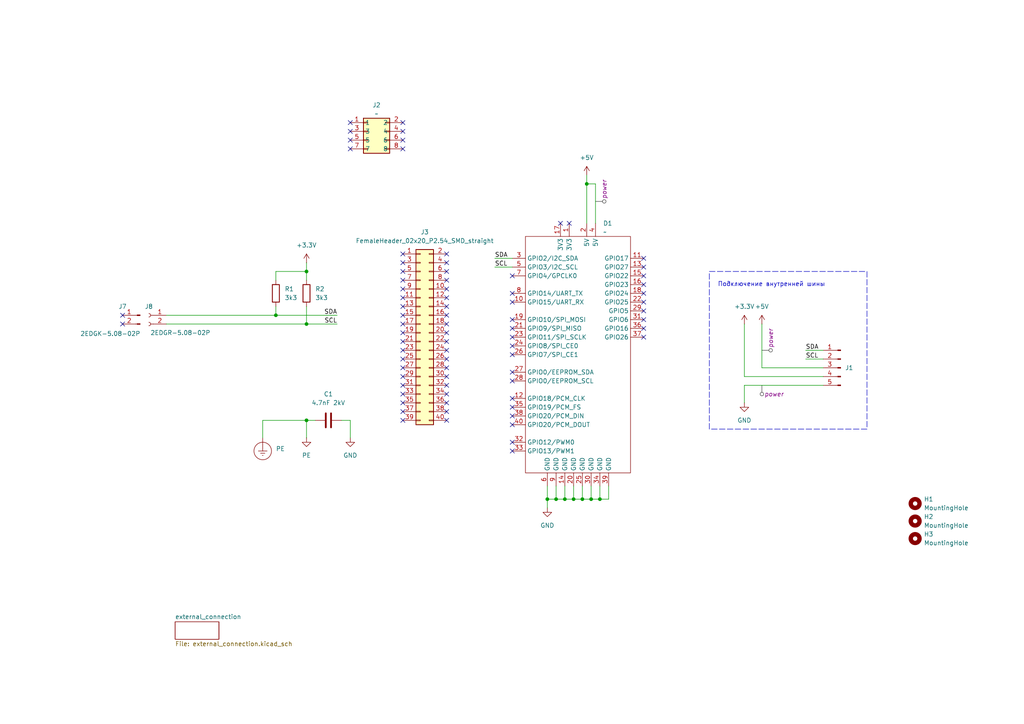
<source format=kicad_sch>
(kicad_sch (version 20231120) (generator "eeschema") (generator_version "8.0")
  (paper "A4")
  (lib_symbols
    (symbol "Mechanical:MountingHole" (pin_names (offset 1.016)) (exclude_from_sim yes) (in_bom no)
      (property "Reference" "H" (at 0 5.08 0))
      (property "Value" "MountingHole" (at 0 3.175 0))
      (symbol "MountingHole_0_1"
        (circle (center 0 0) (radius 1.27) (stroke (width 1.27)))
      )
    )
    (symbol "kicad_inventree_lib:C_4.7nF_2kV_1812" (pin_numbers hide) (pin_names (offset 0.254))
      (property "Reference" "C" (at 0.635 2.54 0))
      (property "Value" "4.7nF 2kV" (at 0.635 -2.54 0))
      (symbol "C_4.7nF_2kV_1812_0_1"
        (polyline (pts (xy -2.032 -0.762) (xy 2.032 -0.762)) (stroke (width 0.508)))
        (polyline (pts (xy -2.032 0.762) (xy 2.032 0.762)) (stroke (width 0.508)))
      )
      (symbol "C_4.7nF_2kV_1812_1_1"
        (pin passive line (at 0 3.81 270) (length 2.794) (name "~") (number "1"))
        (pin passive line (at 0 -3.81 90) (length 2.794) (name "~") (number "2"))
      )
    )
    (symbol "kicad_inventree_lib:Degson_2EDGK-5.08-02P" (pin_names (offset 1.016) hide) (on_board no)
      (property "Reference" "J" (at 0 2.54 0))
      (property "Value" "2EDGK-5.08-02P" (at 0 -5.08 0))
      (symbol "Degson_2EDGK-5.08-02P_1_1"
        (rectangle (start -4.2164 -2.413) (end -5.08 -2.667) (stroke (width 0.1524)) (fill (type outline)))
        (rectangle (start -4.2164 0.127) (end -5.08 -0.127) (stroke (width 0.1524)) (fill (type outline)))
        (polyline (pts (xy -3.81 -2.54) (xy -4.2164 -2.54)) (stroke (width 0.1524)))
        (polyline (pts (xy -3.81 0) (xy -4.2164 0)) (stroke (width 0.1524)))
        (pin passive line (at 0 0 180) (length 3.81) (name "Pin_1") (number "1"))
        (pin passive line (at 0 -2.54 180) (length 3.81) (name "Pin_2") (number "2"))
      )
    )
    (symbol "kicad_inventree_lib:Degson_2EDGR-5.08-02P" (pin_names (offset 1.016) hide)
      (property "Reference" "J" (at 0 2.54 0))
      (property "Value" "2EDGR-5.08-02P" (at 0 -5.08 0))
      (symbol "Degson_2EDGR-5.08-02P_1_1"
        (arc (start 0 -2.032) (mid -0.5058 -2.54) (end 0 -3.048) (stroke (width 0.1524)))
        (polyline (pts (xy -1.27 -2.54) (xy -0.508 -2.54)) (stroke (width 0.1524)))
        (polyline (pts (xy -1.27 0) (xy -0.508 0)) (stroke (width 0.1524)))
        (arc (start 0 0.508) (mid -0.5058 0) (end 0 -0.508) (stroke (width 0.1524)))
        (pin passive line (at -5.08 0 0) (length 3.81) (name "Pin_1") (number "1"))
        (pin passive line (at -5.08 -2.54 0) (length 3.81) (name "Pin_2") (number "2"))
      )
    )
    (symbol "kicad_inventree_lib:FemaleHeader_02x20_P2.54_SMD_straight" (pin_names (offset 1.016) hide) (on_board no)
      (property "Reference" "J" (at 1.27 25.4 0))
      (property "Value" "FemaleHeader_02x20_P2.54_SMD_straight" (at 1.27 -27.94 0))
      (symbol "FemaleHeader_02x20_P2.54_SMD_straight_1_1"
        (rectangle (start -1.27 -25.273) (end 0 -25.527) (stroke (width 0.1524)))
        (rectangle (start -1.27 -22.733) (end 0 -22.987) (stroke (width 0.1524)))
        (rectangle (start -1.27 -20.193) (end 0 -20.447) (stroke (width 0.1524)))
        (rectangle (start -1.27 -17.653) (end 0 -17.907) (stroke (width 0.1524)))
        (rectangle (start -1.27 -15.113) (end 0 -15.367) (stroke (width 0.1524)))
        (rectangle (start -1.27 -12.573) (end 0 -12.827) (stroke (width 0.1524)))
        (rectangle (start -1.27 -10.033) (end 0 -10.287) (stroke (width 0.1524)))
        (rectangle (start -1.27 -7.493) (end 0 -7.747) (stroke (width 0.1524)))
        (rectangle (start -1.27 -4.953) (end 0 -5.207) (stroke (width 0.1524)))
        (rectangle (start -1.27 -2.413) (end 0 -2.667) (stroke (width 0.1524)))
        (rectangle (start -1.27 0.127) (end 0 -0.127) (stroke (width 0.1524)))
        (rectangle (start -1.27 2.667) (end 0 2.413) (stroke (width 0.1524)))
        (rectangle (start -1.27 5.207) (end 0 4.953) (stroke (width 0.1524)))
        (rectangle (start -1.27 7.747) (end 0 7.493) (stroke (width 0.1524)))
        (rectangle (start -1.27 10.287) (end 0 10.033) (stroke (width 0.1524)))
        (rectangle (start -1.27 12.827) (end 0 12.573) (stroke (width 0.1524)))
        (rectangle (start -1.27 15.367) (end 0 15.113) (stroke (width 0.1524)))
        (rectangle (start -1.27 17.907) (end 0 17.653) (stroke (width 0.1524)))
        (rectangle (start -1.27 20.447) (end 0 20.193) (stroke (width 0.1524)))
        (rectangle (start -1.27 22.987) (end 0 22.733) (stroke (width 0.1524)))
        (rectangle (start -1.27 24.13) (end 3.81 -26.67) (stroke (width 0.254)) (fill (type background)))
        (rectangle (start 3.81 -25.273) (end 2.54 -25.527) (stroke (width 0.1524)))
        (rectangle (start 3.81 -22.733) (end 2.54 -22.987) (stroke (width 0.1524)))
        (rectangle (start 3.81 -20.193) (end 2.54 -20.447) (stroke (width 0.1524)))
        (rectangle (start 3.81 -17.653) (end 2.54 -17.907) (stroke (width 0.1524)))
        (rectangle (start 3.81 -15.113) (end 2.54 -15.367) (stroke (width 0.1524)))
        (rectangle (start 3.81 -12.573) (end 2.54 -12.827) (stroke (width 0.1524)))
        (rectangle (start 3.81 -10.033) (end 2.54 -10.287) (stroke (width 0.1524)))
        (rectangle (start 3.81 -7.493) (end 2.54 -7.747) (stroke (width 0.1524)))
        (rectangle (start 3.81 -4.953) (end 2.54 -5.207) (stroke (width 0.1524)))
        (rectangle (start 3.81 -2.413) (end 2.54 -2.667) (stroke (width 0.1524)))
        (rectangle (start 3.81 0.127) (end 2.54 -0.127) (stroke (width 0.1524)))
        (rectangle (start 3.81 2.667) (end 2.54 2.413) (stroke (width 0.1524)))
        (rectangle (start 3.81 5.207) (end 2.54 4.953) (stroke (width 0.1524)))
        (rectangle (start 3.81 7.747) (end 2.54 7.493) (stroke (width 0.1524)))
        (rectangle (start 3.81 10.287) (end 2.54 10.033) (stroke (width 0.1524)))
        (rectangle (start 3.81 12.827) (end 2.54 12.573) (stroke (width 0.1524)))
        (rectangle (start 3.81 15.367) (end 2.54 15.113) (stroke (width 0.1524)))
        (rectangle (start 3.81 17.907) (end 2.54 17.653) (stroke (width 0.1524)))
        (rectangle (start 3.81 20.447) (end 2.54 20.193) (stroke (width 0.1524)))
        (rectangle (start 3.81 22.987) (end 2.54 22.733) (stroke (width 0.1524)))
        (pin passive line (at -5.08 22.86 0) (length 3.81) (name "Pin_1") (number "1"))
        (pin passive line (at 7.62 12.7 180) (length 3.81) (name "Pin_10") (number "10"))
        (pin passive line (at -5.08 10.16 0) (length 3.81) (name "Pin_11") (number "11"))
        (pin passive line (at 7.62 10.16 180) (length 3.81) (name "Pin_12") (number "12"))
        (pin passive line (at -5.08 7.62 0) (length 3.81) (name "Pin_13") (number "13"))
        (pin passive line (at 7.62 7.62 180) (length 3.81) (name "Pin_14") (number "14"))
        (pin passive line (at -5.08 5.08 0) (length 3.81) (name "Pin_15") (number "15"))
        (pin passive line (at 7.62 5.08 180) (length 3.81) (name "Pin_16") (number "16"))
        (pin passive line (at -5.08 2.54 0) (length 3.81) (name "Pin_17") (number "17"))
        (pin passive line (at 7.62 2.54 180) (length 3.81) (name "Pin_18") (number "18"))
        (pin passive line (at -5.08 0 0) (length 3.81) (name "Pin_19") (number "19"))
        (pin passive line (at 7.62 22.86 180) (length 3.81) (name "Pin_2") (number "2"))
        (pin passive line (at 7.62 0 180) (length 3.81) (name "Pin_20") (number "20"))
        (pin passive line (at -5.08 -2.54 0) (length 3.81) (name "Pin_21") (number "21"))
        (pin passive line (at 7.62 -2.54 180) (length 3.81) (name "Pin_22") (number "22"))
        (pin passive line (at -5.08 -5.08 0) (length 3.81) (name "Pin_23") (number "23"))
        (pin passive line (at 7.62 -5.08 180) (length 3.81) (name "Pin_24") (number "24"))
        (pin passive line (at -5.08 -7.62 0) (length 3.81) (name "Pin_25") (number "25"))
        (pin passive line (at 7.62 -7.62 180) (length 3.81) (name "Pin_26") (number "26"))
        (pin passive line (at -5.08 -10.16 0) (length 3.81) (name "Pin_27") (number "27"))
        (pin passive line (at 7.62 -10.16 180) (length 3.81) (name "Pin_28") (number "28"))
        (pin passive line (at -5.08 -12.7 0) (length 3.81) (name "Pin_29") (number "29"))
        (pin passive line (at -5.08 20.32 0) (length 3.81) (name "Pin_3") (number "3"))
        (pin passive line (at 7.62 -12.7 180) (length 3.81) (name "Pin_30") (number "30"))
        (pin passive line (at -5.08 -15.24 0) (length 3.81) (name "Pin_31") (number "31"))
        (pin passive line (at 7.62 -15.24 180) (length 3.81) (name "Pin_32") (number "32"))
        (pin passive line (at -5.08 -17.78 0) (length 3.81) (name "Pin_33") (number "33"))
        (pin passive line (at 7.62 -17.78 180) (length 3.81) (name "Pin_34") (number "34"))
        (pin passive line (at -5.08 -20.32 0) (length 3.81) (name "Pin_35") (number "35"))
        (pin passive line (at 7.62 -20.32 180) (length 3.81) (name "Pin_36") (number "36"))
        (pin passive line (at -5.08 -22.86 0) (length 3.81) (name "Pin_37") (number "37"))
        (pin passive line (at 7.62 -22.86 180) (length 3.81) (name "Pin_38") (number "38"))
        (pin passive line (at -5.08 -25.4 0) (length 3.81) (name "Pin_39") (number "39"))
        (pin passive line (at 7.62 20.32 180) (length 3.81) (name "Pin_4") (number "4"))
        (pin passive line (at 7.62 -25.4 180) (length 3.81) (name "Pin_40") (number "40"))
        (pin passive line (at -5.08 17.78 0) (length 3.81) (name "Pin_5") (number "5"))
        (pin passive line (at 7.62 17.78 180) (length 3.81) (name "Pin_6") (number "6"))
        (pin passive line (at -5.08 15.24 0) (length 3.81) (name "Pin_7") (number "7"))
        (pin passive line (at 7.62 15.24 180) (length 3.81) (name "Pin_8") (number "8"))
        (pin passive line (at -5.08 12.7 0) (length 3.81) (name "Pin_9") (number "9"))
      )
    )
    (symbol "kicad_inventree_lib:PE" (pin_numbers hide) (pin_names (offset 0) hide) (in_bom no)
      (property "Value" "PE" (at 0 -7.62 0))
      (symbol "PE_0_1"
        (circle (center 0 -3.81) (radius 2.54))
        (polyline (pts (xy -0.635 -4.445) (xy 0.635 -4.445)))
        (polyline (pts (xy -0.127 -5.08) (xy 0.127 -5.08)))
        (polyline (pts (xy 0 -3.81) (xy 0 0)))
        (polyline (pts (xy 1.27 -3.81) (xy -1.27 -3.81)))
      )
      (symbol "PE_1_1"
        (pin power_in line (at 0 0 270) (length 0) (name "~") (number "1"))
      )
    )
    (symbol "kicad_inventree_lib:PM-front-02x04" (in_bom no)
      (property "Reference" "J" (at 0 3.81 0))
      (symbol "PM-front-02x04_1_1"
        (rectangle (start -3.81 -8.763) (end -2.54 -9.017) (stroke (width 0.1524)))
        (rectangle (start -3.81 -6.223) (end -2.54 -6.477) (stroke (width 0.1524)))
        (rectangle (start -3.81 -3.683) (end -2.54 -3.937) (stroke (width 0.1524)))
        (rectangle (start -3.81 -1.143) (end -2.54 -1.397) (stroke (width 0.1524)))
        (rectangle (start -3.81 0) (end 3.81 -10.16) (stroke (width 0.254)) (fill (type background)))
        (rectangle (start 3.81 -8.763) (end 2.54 -9.017) (stroke (width 0.1524)))
        (rectangle (start 3.81 -6.223) (end 2.54 -6.477) (stroke (width 0.1524)))
        (rectangle (start 3.81 -3.683) (end 2.54 -3.937) (stroke (width 0.1524)))
        (rectangle (start 3.81 -1.143) (end 2.54 -1.397) (stroke (width 0.1524)))
        (pin passive line (at -7.62 -1.27 0) (length 3.81) (name "1") (number "1"))
        (pin passive line (at 7.62 -1.27 180) (length 3.81) (name "2") (number "2"))
        (pin passive line (at -7.62 -3.81 0) (length 3.81) (name "3") (number "3"))
        (pin passive line (at 7.62 -3.81 180) (length 3.81) (name "4") (number "4"))
        (pin passive line (at -7.62 -6.35 0) (length 3.81) (name "5") (number "5"))
        (pin passive line (at 7.62 -6.35 180) (length 3.81) (name "6") (number "6"))
        (pin passive line (at -7.62 -8.89 0) (length 3.81) (name "7") (number "7"))
        (pin passive line (at 7.62 -8.89 180) (length 3.81) (name "8") (number "8"))
      )
    )
    (symbol "kicad_inventree_lib:PinHeader_01x05_P2.54_THT_angle" (pin_names (offset 1.016) hide)
      (property "Reference" "J" (at 0 7.62 0))
      (property "Value" "PinHeader_01x05_P2.54_THT_angle" (at 0 -7.62 0))
      (symbol "PinHeader_01x05_P2.54_THT_angle_1_1"
        (polyline (pts (xy 1.27 -5.08) (xy 0.8636 -5.08)) (stroke (width 0.1524)))
        (polyline (pts (xy 1.27 -2.54) (xy 0.8636 -2.54)) (stroke (width 0.1524)))
        (polyline (pts (xy 1.27 0) (xy 0.8636 0)) (stroke (width 0.1524)))
        (polyline (pts (xy 1.27 2.54) (xy 0.8636 2.54)) (stroke (width 0.1524)))
        (polyline (pts (xy 1.27 5.08) (xy 0.8636 5.08)) (stroke (width 0.1524)))
        (rectangle (start 0.8636 -4.953) (end 0 -5.207) (stroke (width 0.1524)) (fill (type outline)))
        (rectangle (start 0.8636 -2.413) (end 0 -2.667) (stroke (width 0.1524)) (fill (type outline)))
        (rectangle (start 0.8636 0.127) (end 0 -0.127) (stroke (width 0.1524)) (fill (type outline)))
        (rectangle (start 0.8636 2.667) (end 0 2.413) (stroke (width 0.1524)) (fill (type outline)))
        (rectangle (start 0.8636 5.207) (end 0 4.953) (stroke (width 0.1524)) (fill (type outline)))
        (pin passive line (at 5.08 5.08 180) (length 3.81) (name "Pin_1") (number "1"))
        (pin passive line (at 5.08 2.54 180) (length 3.81) (name "Pin_2") (number "2"))
        (pin passive line (at 5.08 0 180) (length 3.81) (name "Pin_3") (number "3"))
        (pin passive line (at 5.08 -2.54 180) (length 3.81) (name "Pin_4") (number "4"))
        (pin passive line (at 5.08 -5.08 180) (length 3.81) (name "Pin_5") (number "5"))
      )
    )
    (symbol "kicad_inventree_lib:R_3k3_1206_1%" (pin_numbers hide) (pin_names (offset 0))
      (property "Reference" "R" (at 2.032 0 90))
      (property "Value" "3k3" (at 0 0 90))
      (symbol "R_3k3_1206_1%_0_1"
        (rectangle (start -1.016 -2.54) (end 1.016 2.54) (stroke (width 0.254)))
      )
      (symbol "R_3k3_1206_1%_1_1"
        (pin passive line (at 0 3.81 270) (length 1.27) (name "~") (number "1"))
        (pin passive line (at 0 -3.81 90) (length 1.27) (name "~") (number "2"))
      )
    )
    (symbol "kicad_inventree_lib:RaspberryPi"
      (property "Reference" "D" (at -14.732 2.54 0))
      (symbol "RaspberryPi_0_1"
        (rectangle (start -15.24 0) (end 15.24 -68.58))
      )
      (symbol "RaspberryPi_1_1"
        (pin passive line (at -2.54 3.81 270) (length 3.81) (name "3V3") (number "1"))
        (pin passive line (at -19.05 -19.05 0) (length 3.81) (name "GPIO15/UART_RX") (number "10"))
        (pin passive line (at 19.05 -6.35 180) (length 3.81) (name "GPIO17") (number "11"))
        (pin passive line (at -19.05 -46.99 0) (length 3.81) (name "GPIO18/PCM_CLK") (number "12"))
        (pin passive line (at 19.05 -8.89 180) (length 3.81) (name "GPIO27") (number "13"))
        (pin passive line (at -3.81 -72.39 90) (length 3.81) (name "GND") (number "14"))
        (pin passive line (at 19.05 -11.43 180) (length 3.81) (name "GPIO22") (number "15"))
        (pin passive line (at 19.05 -13.97 180) (length 3.81) (name "GPIO23") (number "16"))
        (pin passive line (at -5.08 3.81 270) (length 3.81) (name "3V3") (number "17"))
        (pin passive line (at 19.05 -16.51 180) (length 3.81) (name "GPIO24") (number "18"))
        (pin passive line (at -19.05 -24.13 0) (length 3.81) (name "GPIO10/SPI_MOSI") (number "19"))
        (pin passive line (at 2.54 3.81 270) (length 3.81) (name "5V") (number "2"))
        (pin passive line (at -1.27 -72.39 90) (length 3.81) (name "GND") (number "20"))
        (pin passive line (at -19.05 -26.67 0) (length 3.81) (name "GPIO9/SPI_MISO") (number "21"))
        (pin passive line (at 19.05 -19.05 180) (length 3.81) (name "GPIO25") (number "22"))
        (pin passive line (at -19.05 -29.21 0) (length 3.81) (name "GPIO11/SPI_SCLK") (number "23"))
        (pin passive line (at -19.05 -31.75 0) (length 3.81) (name "GPIO8/SPI_CE0") (number "24"))
        (pin passive line (at 1.27 -72.39 90) (length 3.81) (name "GND") (number "25"))
        (pin passive line (at -19.05 -34.29 0) (length 3.81) (name "GPIO7/SPI_CE1") (number "26"))
        (pin passive line (at -19.05 -39.37 0) (length 3.81) (name "GPIO0/EEPROM_SDA") (number "27"))
        (pin passive line (at -19.05 -41.91 0) (length 3.81) (name "GPIO0/EEPROM_SCL") (number "28"))
        (pin passive line (at 19.05 -21.59 180) (length 3.81) (name "GPIO5") (number "29"))
        (pin passive line (at -19.05 -6.35 0) (length 3.81) (name "GPIO2/I2C_SDA") (number "3"))
        (pin passive line (at 3.81 -72.39 90) (length 3.81) (name "GND") (number "30"))
        (pin passive line (at 19.05 -24.13 180) (length 3.81) (name "GPIO6") (number "31"))
        (pin passive line (at -19.05 -59.69 0) (length 3.81) (name "GPIO12/PWM0") (number "32"))
        (pin passive line (at -19.05 -62.23 0) (length 3.81) (name "GPIO13/PWM1") (number "33"))
        (pin passive line (at 6.35 -72.39 90) (length 3.81) (name "GND") (number "34"))
        (pin passive line (at -19.05 -49.53 0) (length 3.81) (name "GPIO19/PCM_FS") (number "35"))
        (pin passive line (at 19.05 -26.67 180) (length 3.81) (name "GPIO16") (number "36"))
        (pin passive line (at 19.05 -29.21 180) (length 3.81) (name "GPIO26") (number "37"))
        (pin passive line (at -19.05 -52.07 0) (length 3.81) (name "GPIO20/PCM_DIN") (number "38"))
        (pin passive line (at 8.89 -72.39 90) (length 3.81) (name "GND") (number "39"))
        (pin passive line (at 5.08 3.81 270) (length 3.81) (name "5V") (number "4"))
        (pin passive line (at -19.05 -54.61 0) (length 3.81) (name "GPIO20/PCM_DOUT") (number "40"))
        (pin passive line (at -19.05 -8.89 0) (length 3.81) (name "GPIO3/I2C_SCL") (number "5"))
        (pin passive line (at -8.89 -72.39 90) (length 3.81) (name "GND") (number "6"))
        (pin passive line (at -19.05 -11.43 0) (length 3.81) (name "GPIO4/GPCLK0") (number "7"))
        (pin passive line (at -19.05 -16.51 0) (length 3.81) (name "GPIO14/UART_TX") (number "8"))
        (pin passive line (at -6.35 -72.39 90) (length 3.81) (name "GND") (number "9"))
      )
    )
    (symbol "power:+5V" (power) (pin_numbers hide) (pin_names (offset 0) hide)
      (property "Value" "+5V" (at 0 3.556 0))
      (symbol "+5V_0_1"
        (polyline (pts (xy -0.762 1.27) (xy 0 2.54)))
        (polyline (pts (xy 0 0) (xy 0 2.54)))
        (polyline (pts (xy 0 2.54) (xy 0.762 1.27)))
      )
      (symbol "+5V_1_1"
        (pin power_in line (at 0 0 90) (length 0) (name "~") (number "1"))
      )
    )
    (symbol "power:GND" (power) (pin_numbers hide) (pin_names (offset 0) hide)
      (property "Value" "GND" (at 0 -3.81 0))
      (symbol "GND_0_1"
        (polyline (pts (xy 0 0) (xy 0 -1.27) (xy 1.27 -1.27) (xy 0 -2.54) (xy -1.27 -1.27) (xy 0 -1.27)))
      )
      (symbol "GND_1_1"
        (pin power_in line (at 0 0 270) (length 0) (name "~") (number "1"))
      )
    )
  )
  (junction (at 170.18 53.34))
  (junction (at 88.9 121.92))
  (junction (at 161.29 144.78))
  (junction (at 163.83 144.78))
  (junction (at 158.75 144.78))
  (junction (at 80.01 91.44))
  (junction (at 168.91 144.78))
  (junction (at 171.45 144.78))
  (junction (at 88.9 93.98))
  (junction (at 173.99 144.78))
  (junction (at 166.37 144.78))
  (junction (at 88.9 78.74))
  (no_connect (at 116.84 119.38))
  (no_connect (at 116.84 38.1))
  (no_connect (at 116.84 111.76))
  (no_connect (at 186.69 92.71))
  (no_connect (at 186.69 82.55))
  (no_connect (at 129.54 101.6))
  (no_connect (at 101.6 40.64))
  (no_connect (at 101.6 35.56))
  (no_connect (at 116.84 101.6))
  (no_connect (at 116.84 40.64))
  (no_connect (at 129.54 111.76))
  (no_connect (at 129.54 86.36))
  (no_connect (at 129.54 116.84))
  (no_connect (at 116.84 78.74))
  (no_connect (at 129.54 76.2))
  (no_connect (at 148.59 130.81))
  (no_connect (at 116.84 114.3))
  (no_connect (at 116.84 88.9))
  (no_connect (at 148.59 102.87))
  (no_connect (at 148.59 87.63))
  (no_connect (at 148.59 120.65))
  (no_connect (at 101.6 38.1))
  (no_connect (at 129.54 81.28))
  (no_connect (at 186.69 85.09))
  (no_connect (at 116.84 106.68))
  (no_connect (at 148.59 95.25))
  (no_connect (at 148.59 80.01))
  (no_connect (at 129.54 73.66))
  (no_connect (at 116.84 43.18))
  (no_connect (at 186.69 74.93))
  (no_connect (at 129.54 96.52))
  (no_connect (at 129.54 121.92))
  (no_connect (at 186.69 90.17))
  (no_connect (at 186.69 95.25))
  (no_connect (at 116.84 91.44))
  (no_connect (at 186.69 97.79))
  (no_connect (at 129.54 104.14))
  (no_connect (at 148.59 110.49))
  (no_connect (at 35.56 91.44))
  (no_connect (at 148.59 97.79))
  (no_connect (at 148.59 115.57))
  (no_connect (at 129.54 91.44))
  (no_connect (at 148.59 85.09))
  (no_connect (at 129.54 99.06))
  (no_connect (at 148.59 128.27))
  (no_connect (at 116.84 86.36))
  (no_connect (at 186.69 77.47))
  (no_connect (at 116.84 93.98))
  (no_connect (at 129.54 78.74))
  (no_connect (at 116.84 116.84))
  (no_connect (at 116.84 73.66))
  (no_connect (at 148.59 92.71))
  (no_connect (at 129.54 109.22))
  (no_connect (at 162.56 64.77))
  (no_connect (at 148.59 107.95))
  (no_connect (at 148.59 118.11))
  (no_connect (at 129.54 114.3))
  (no_connect (at 116.84 99.06))
  (no_connect (at 165.1 64.77))
  (no_connect (at 186.69 80.01))
  (no_connect (at 35.56 93.98))
  (no_connect (at 116.84 109.22))
  (no_connect (at 129.54 88.9))
  (no_connect (at 116.84 81.28))
  (no_connect (at 129.54 93.98))
  (no_connect (at 116.84 83.82))
  (no_connect (at 129.54 119.38))
  (no_connect (at 129.54 106.68))
  (no_connect (at 186.69 87.63))
  (no_connect (at 116.84 96.52))
  (no_connect (at 148.59 123.19))
  (no_connect (at 116.84 121.92))
  (no_connect (at 129.54 83.82))
  (no_connect (at 116.84 104.14))
  (no_connect (at 116.84 76.2))
  (no_connect (at 148.59 100.33))
  (no_connect (at 116.84 35.56))
  (no_connect (at 101.6 43.18))
  (wire (pts (xy 101.6 127) (xy 101.6 121.92)))
  (wire (pts (xy 88.9 121.92) (xy 91.44 121.92)))
  (wire (pts (xy 80.01 88.9) (xy 80.01 91.44)))
  (wire (pts (xy 143.51 74.93) (xy 148.59 74.93)))
  (wire (pts (xy 170.18 50.8) (xy 170.18 53.34)))
  (wire (pts (xy 88.9 76.2) (xy 88.9 78.74)))
  (wire (pts (xy 80.01 78.74) (xy 80.01 81.28)))
  (wire (pts (xy 171.45 144.78) (xy 173.99 144.78)))
  (wire (pts (xy 166.37 144.78) (xy 168.91 144.78)))
  (wire (pts (xy 215.9 111.76) (xy 215.9 116.84)))
  (wire (pts (xy 168.91 144.78) (xy 171.45 144.78)))
  (wire (pts (xy 172.72 53.34) (xy 170.18 53.34)))
  (wire (pts (xy 143.51 77.47) (xy 148.59 77.47)))
  (wire (pts (xy 163.83 140.97) (xy 163.83 144.78)))
  (wire (pts (xy 88.9 78.74) (xy 88.9 81.28)))
  (wire (pts (xy 88.9 93.98) (xy 97.79 93.98)))
  (wire (pts (xy 48.26 91.44) (xy 80.01 91.44)))
  (wire (pts (xy 76.2 121.92) (xy 88.9 121.92)))
  (wire (pts (xy 215.9 93.98) (xy 215.9 109.22)))
  (wire (pts (xy 161.29 140.97) (xy 161.29 144.78)))
  (wire (pts (xy 220.98 93.98) (xy 220.98 106.68)))
  (wire (pts (xy 48.26 93.98) (xy 88.9 93.98)))
  (wire (pts (xy 173.99 140.97) (xy 173.99 144.78)))
  (wire (pts (xy 173.99 144.78) (xy 176.53 144.78)))
  (wire (pts (xy 88.9 88.9) (xy 88.9 93.98)))
  (wire (pts (xy 163.83 144.78) (xy 166.37 144.78)))
  (wire (pts (xy 168.91 140.97) (xy 168.91 144.78)))
  (wire (pts (xy 170.18 53.34) (xy 170.18 64.77)))
  (wire (pts (xy 101.6 121.92) (xy 99.06 121.92)))
  (wire (pts (xy 233.68 101.6) (xy 238.76 101.6)))
  (wire (pts (xy 215.9 111.76) (xy 238.76 111.76)))
  (wire (pts (xy 161.29 144.78) (xy 163.83 144.78)))
  (wire (pts (xy 166.37 140.97) (xy 166.37 144.78)))
  (wire (pts (xy 158.75 140.97) (xy 158.75 144.78)))
  (wire (pts (xy 88.9 121.92) (xy 88.9 127)))
  (wire (pts (xy 172.72 64.77) (xy 172.72 53.34)))
  (wire (pts (xy 158.75 144.78) (xy 161.29 144.78)))
  (wire (pts (xy 80.01 78.74) (xy 88.9 78.74)))
  (wire (pts (xy 80.01 91.44) (xy 97.79 91.44)))
  (wire (pts (xy 176.53 140.97) (xy 176.53 144.78)))
  (wire (pts (xy 220.98 106.68) (xy 238.76 106.68)))
  (wire (pts (xy 171.45 140.97) (xy 171.45 144.78)))
  (wire (pts (xy 215.9 109.22) (xy 238.76 109.22)))
  (wire (pts (xy 158.75 144.78) (xy 158.75 147.32)))
  (wire (pts (xy 76.2 127) (xy 76.2 121.92)))
  (wire (pts (xy 233.68 104.14) (xy 238.76 104.14)))
  (rectangle (start 205.74 78.74) (end 251.46 124.46) (stroke (width 0) (type dash)))
  (text "Подключение внутренней шины" (at 223.774 82.55 0) (effects (font (size 1.27 1.27))))
  (label "SCL" (at 233.68 104.14 0))
  (label "SDA" (at 97.79 91.44 180))
  (label "SCL" (at 97.79 93.98 180))
  (label "SDA" (at 143.51 74.93 0))
  (label "SCL" (at 143.51 77.47 0))
  (label "SDA" (at 233.68 101.6 0))
  (netclass_flag "" (length 2.54) (shape round) (at 172.72 58.42 270) (property "Netclass" "power" (at 175.26 57.7215 90) (effects (font (italic yes)) (justify left))))
  (netclass_flag "" (length 2.54) (shape round) (at 220.98 111.76 180) (property "Netclass" "power" (at 221.6785 114.3 0) (effects (font (italic yes)) (justify left))))
  (netclass_flag "" (length 2.54) (shape round) (at 220.98 101.6 270) (property "Netclass" "power" (at 223.52 100.9015 90) (effects (font (italic yes)) (justify left))))
  (symbol (lib_id "kicad_inventree_lib:Degson_2EDGK-5.08-02P") (at 35.56 91.44 0) (mirror y) (unit 1) (on_board no)
    (property "Reference" "J7" (at 35.56 88.9 0))
    (property "Value" "2EDGK-5.08-02P" (at 32.004 96.774 0))
    (property "Datasheet" "http://inventree.network/part/18/" (effects (hide yes)))
    (property "Description" "Generic connector, single row, 01x02, script generated" (effects (hide yes)))
    (property "NextPCB_url" "https://www.hqonline.com/product-detail/max-maixu--mx2edgk-5-08-02p-gn01-cu-y-a-1027943030" (effects (hide yes)))
    (property "NextPCB_price" "0.11828" (effects (hide yes)))
    (property "part_ipn" "2EDGK-5.08-02P" (effects (hide yes)))
  )
  (symbol (lib_id "power:GND") (at 158.75 147.32 0) (unit 1)
    (property "Reference" "#PWR02" (effects (hide yes)))
    (property "Value" "GND" (at 158.75 152.4 0))
    (property "Description" "Power symbol creates a global label with name \"GND\" , ground" (effects (hide yes)))
  )
  (symbol (lib_id "power:GND") (at 215.9 116.84 0) (unit 1)
    (property "Reference" "#PWR04" (effects (hide yes)))
    (property "Value" "GND" (at 215.9 121.92 0))
    (property "Description" "Power symbol creates a global label with name \"GND\" , ground" (effects (hide yes)))
  )
  (symbol (lib_id "kicad_inventree_lib:PM-front-02x04") (at 109.22 34.29 0) (unit 1) (in_bom no)
    (property "Reference" "J2" (at 109.22 30.48 0))
    (property "Value" "~" (at 109.22 33.02 0))
    (property "Footprint" "kicad_inventree_lib:PM-front-02x04" (effects (hide yes)))
  )
  (symbol (lib_id "kicad_inventree_lib:R_3k3_1206_1%") (at 88.9 85.09 0) (unit 1)
    (property "Reference" "R2" (at 91.44 83.8199 0) (effects (justify left)))
    (property "Value" "3k3" (at 91.44 86.3599 0) (effects (justify left)))
    (property "Footprint" "Resistor_SMD:R_1206_3216Metric_Pad1.30x1.75mm_HandSolder" (effects (hide yes)))
    (property "Datasheet" "http://inventree.network/part/4/" (effects (hide yes)))
    (property "Description" "Resistor" (effects (hide yes)))
    (property "NextPCB_price" "0.00169" (effects (hide yes)))
    (property "NextPCB_url" "https://www.hqonline.com/product-detail/chip-resistors-fojan-frc1206f3301ts-2500354421" (effects (hide yes)))
    (property "part_ipn" "R_3k3_1206_1%" (effects (hide yes)))
  )
  (symbol (lib_id "kicad_inventree_lib:RaspberryPi") (at 167.64 68.58 0) (unit 1) (in_bom no)
    (property "Reference" "D1" (at 174.9141 64.77 0) (effects (justify left)))
    (property "Value" "~" (at 174.9141 67.31 0) (effects (justify left)))
    (property "Footprint" "kicad_inventree_lib:RaspberryPi" (effects (hide yes)))
    (property "NextPCB_price" "200" (effects (hide yes)))
  )
  (symbol (lib_id "kicad_inventree_lib:PE") (at 76.2 127 0) (unit 1) (in_bom no)
    (property "Reference" "PE1" (effects (hide yes)))
    (property "Value" "PE" (at 80.01 130.1749 0) (effects (justify left)))
    (property "Footprint" "kicad_inventree_lib:PE" (effects (hide yes)))
    (property "Description" "Power symbol creates a global label with name \"Earth_Protective\"" (effects (hide yes)))
  )
  (symbol (lib_id "Mechanical:MountingHole") (at 265.43 156.21 0) (unit 1) (exclude_from_sim yes) (in_bom no)
    (property "Reference" "H3" (at 267.97 154.9399 0) (effects (justify left)))
    (property "Value" "MountingHole" (at 267.97 157.4799 0) (effects (justify left)))
    (property "Footprint" "MountingHole:MountingHole_3.2mm_M3" (effects (hide yes)))
    (property "Description" "Mounting Hole without connection" (effects (hide yes)))
  )
  (symbol (lib_id "kicad_inventree_lib:PinHeader_01x05_P2.54_THT_angle") (at 243.84 106.68 0) (mirror y) (unit 1)
    (property "Reference" "J1" (at 245.11 106.6799 0) (effects (justify right)))
    (property "Value" "PinHeader_01x05_P2.54_THT_angle" (effects (hide yes)))
    (property "Footprint" "Connector_PinHeader_2.54mm:PinHeader_1x05_P2.54mm_Horizontal" (effects (hide yes)))
    (property "Datasheet" "http://inventree.network/part/110/" (effects (hide yes)))
    (property "Description" "Generic connector, single row, 01x05, script generated" (effects (hide yes)))
    (property "part_ipn" "PinHeader_01x05_P2.54_THT_angle" (effects (hide yes)))
  )
  (symbol (lib_id "power:+5V") (at 88.9 76.2 0) (unit 1)
    (property "Reference" "#PWR07" (effects (hide yes)))
    (property "Value" "+3.3V" (at 88.9 71.12 0))
    (property "Description" "Power symbol creates a global label with name \"+5V\"" (effects (hide yes)))
  )
  (symbol (lib_id "power:+5V") (at 220.98 93.98 0) (unit 1)
    (property "Reference" "#PWR05" (effects (hide yes)))
    (property "Value" "+5V" (at 220.98 88.9 0))
    (property "Description" "Power symbol creates a global label with name \"+5V\"" (effects (hide yes)))
  )
  (symbol (lib_id "kicad_inventree_lib:FemaleHeader_02x20_P2.54_SMD_straight") (at 121.92 96.52 0) (unit 1) (on_board no)
    (property "Reference" "J3" (at 123.19 67.31 0))
    (property "Value" "FemaleHeader_02x20_P2.54_SMD_straight" (at 123.19 69.85 0))
    (property "Datasheet" "http://inventree.network/part/154/" (effects (hide yes)))
    (property "Description" "Generic connector, double row, 02x20, odd/even pin numbering scheme (row 1 odd numbers, row 2 even numbers), script generated (kicad-library-utils/schlib/autogen/connector/)" (effects (hide yes)))
    (property "part_ipn" "FemaleHeader_02x20_P2.54_SMD_straight" (effects (hide yes)))
  )
  (symbol (lib_id "power:+5V") (at 170.18 50.8 0) (unit 1)
    (property "Reference" "#PWR06" (effects (hide yes)))
    (property "Value" "+5V" (at 170.18 45.72 0))
    (property "Description" "Power symbol creates a global label with name \"+5V\"" (effects (hide yes)))
  )
  (symbol (lib_id "kicad_inventree_lib:R_3k3_1206_1%") (at 80.01 85.09 0) (unit 1)
    (property "Reference" "R1" (at 82.55 83.8199 0) (effects (justify left)))
    (property "Value" "3k3" (at 82.55 86.3599 0) (effects (justify left)))
    (property "Footprint" "Resistor_SMD:R_1206_3216Metric_Pad1.30x1.75mm_HandSolder" (effects (hide yes)))
    (property "Datasheet" "http://inventree.network/part/4/" (effects (hide yes)))
    (property "Description" "Resistor" (effects (hide yes)))
    (property "NextPCB_price" "0.00169" (effects (hide yes)))
    (property "NextPCB_url" "https://www.hqonline.com/product-detail/chip-resistors-fojan-frc1206f3301ts-2500354421" (effects (hide yes)))
    (property "part_ipn" "R_3k3_1206_1%" (effects (hide yes)))
  )
  (symbol (lib_id "kicad_inventree_lib:Degson_2EDGR-5.08-02P") (at 43.18 91.44 0) (mirror y) (unit 1)
    (property "Reference" "J8" (at 43.18 88.9 0))
    (property "Value" "2EDGR-5.08-02P" (at 52.324 96.52 0))
    (property "Footprint" "NextPCB:Degson_2EDGR-5.08-02P" (effects (hide yes)))
    (property "Datasheet" "http://inventree.network/part/45/" (effects (hide yes)))
    (property "Description" "Generic connector, single row, 01x02, script generated" (effects (hide yes)))
    (property "NextPCB_url" "https://www.hqonline.com/product-detail/max-maixu--mx2edgr-5-08-02p-gn01-cu-a-1027942969" (effects (hide yes)))
    (property "NextPCB_price" "0.03132" (effects (hide yes)))
    (property "part_ipn" "2EDGR-5.08-02P" (effects (hide yes)))
  )
  (symbol (lib_id "kicad_inventree_lib:C_4.7nF_2kV_1812") (at 95.25 121.92 90) (unit 1)
    (property "Reference" "C1" (at 95.25 114.3 90))
    (property "Value" "4.7nF 2kV" (at 95.25 116.84 90))
    (property "Footprint" "Capacitor_SMD:C_1812_4532Metric_Pad1.57x3.40mm_HandSolder" (effects (hide yes)))
    (property "Datasheet" "http://inventree.network/part/112/" (effects (hide yes)))
    (property "Description" "Unpolarized capacitor" (effects (hide yes)))
    (property "part_ipn" "C_4.7nF_2kV_1812" (effects (hide yes)))
  )
  (symbol (lib_id "power:GND") (at 101.6 127 0) (unit 1)
    (property "Reference" "#PWR09" (effects (hide yes)))
    (property "Value" "GND" (at 101.6 132.08 0))
    (property "Description" "Power symbol creates a global label with name \"GND\" , ground" (effects (hide yes)))
  )
  (symbol (lib_id "Mechanical:MountingHole") (at 265.43 151.13 0) (unit 1) (exclude_from_sim yes) (in_bom no)
    (property "Reference" "H2" (at 267.97 149.8599 0) (effects (justify left)))
    (property "Value" "MountingHole" (at 267.97 152.3999 0) (effects (justify left)))
    (property "Footprint" "MountingHole:MountingHole_3.2mm_M3" (effects (hide yes)))
    (property "Description" "Mounting Hole without connection" (effects (hide yes)))
  )
  (symbol (lib_id "power:+5V") (at 215.9 93.98 0) (unit 1)
    (property "Reference" "#PWR01" (effects (hide yes)))
    (property "Value" "+3.3V" (at 215.9 88.9 0))
    (property "Description" "Power symbol creates a global label with name \"+5V\"" (effects (hide yes)))
  )
  (symbol (lib_id "power:GND") (at 88.9 127 0) (unit 1)
    (property "Reference" "#PWR08" (effects (hide yes)))
    (property "Value" "PE" (at 88.9 132.08 0))
    (property "Description" "Power symbol creates a global label with name \"GND\" , ground" (effects (hide yes)))
  )
  (symbol (lib_id "Mechanical:MountingHole") (at 265.43 146.05 0) (unit 1) (exclude_from_sim yes) (in_bom no)
    (property "Reference" "H1" (at 267.97 144.7799 0) (effects (justify left)))
    (property "Value" "MountingHole" (at 267.97 147.3199 0) (effects (justify left)))
    (property "Footprint" "MountingHole:MountingHole_3.2mm_M3" (effects (hide yes)))
    (property "Description" "Mounting Hole without connection" (effects (hide yes)))
  )
  (sheet (at 50.8 180.34) (size 12.7 5.08) (stroke (width 0.1524))
    (property "Sheetname" "external_connection" (at 50.8 179.6284 0) (effects (justify left bottom)))
    (property "Sheetfile" "external_connection.kicad_sch" (at 50.8 186.0046 0) (effects (justify left top)))
  )
)
</source>
